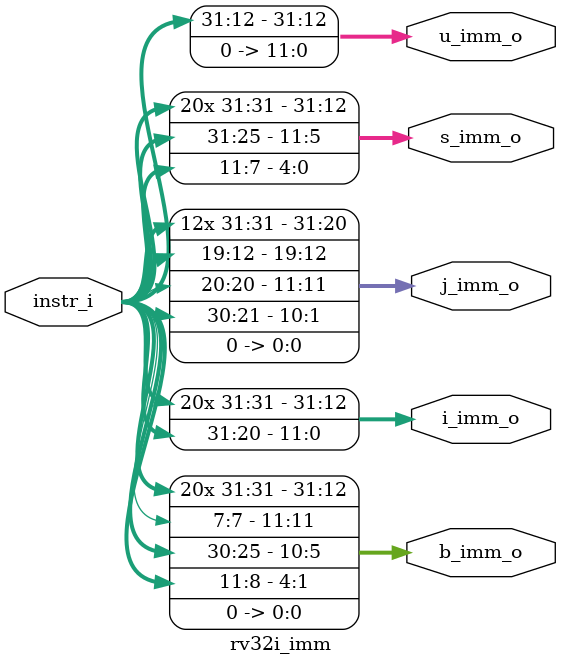
<source format=v>

module rv32i_imm( 
   input  wire [31:0] instr_i,
   output wire [31:0] b_imm_o,
   output wire [31:0] i_imm_o,
   output wire [31:0] j_imm_o,
   output wire [31:0] s_imm_o,
   output wire [31:0] u_imm_o
);

   assign i_imm_o = { {21{instr_i[31]}}, instr_i[30:25], instr_i[24:21], instr_i[20] };
   assign s_imm_o = { {21{instr_i[31]}}, instr_i[30:25], instr_i[11:8], instr_i[7] };
   assign b_imm_o = { {20{instr_i[31]}}, instr_i[7], instr_i[30:25], instr_i[11:8], 1'b0 };
   assign u_imm_o = { instr_i[31], instr_i[30:25], instr_i[24:21], instr_i[20], instr_i[19:15], instr_i[14:12], 12'b0};
   assign j_imm_o = { {12{instr_i[31]}}, instr_i[19:15], instr_i[14:12], instr_i[20], instr_i[30:25], instr_i[24:21], 1'b0};

endmodule

</source>
